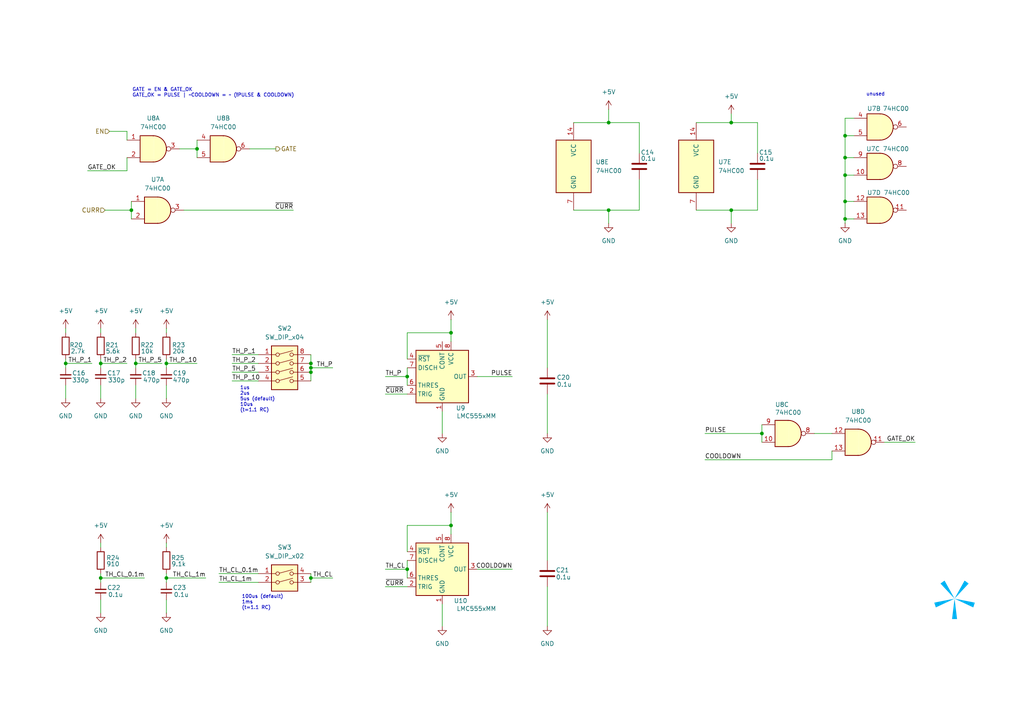
<source format=kicad_sch>
(kicad_sch (version 20250114) (generator "eeschema") (generator_version "9.0")
  (paper "A4")
  (title_block (title "Pulser V2 HV Test Board") (date "2026-01-08") (rev "1") (company "Spark Project") (comment 1 "夕月霞"))
  (lib_symbols
    (symbol "74xx:74HC00" (pin_names (offset 1.016))
      (property "Reference" "U" (at 0 1.27 0))
      (property "Value" "74HC00" (at 0 -1.27 0))
      (symbol "74HC00_1_1"
        (arc (start 0 3.81) (mid 3.7934 0) (end 0 -3.81) (stroke (width 0.254)) (fill (type background)))
        (polyline (pts (xy 0 3.81) (xy -3.81 3.81) (xy -3.81 -3.81) (xy 0 -3.81)) (stroke (width 0.254)) (fill (type background)))
        (pin input line (at -7.62 2.54 0) (length 3.81) (name "~") (number "1"))
        (pin input line (at -7.62 -2.54 0) (length 3.81) (name "~") (number "2"))
        (pin output inverted (at 7.62 0 180) (length 3.81) (name "~") (number "3"))
      )
      (symbol "74HC00_1_2"
        (arc (start -3.81 3.81) (mid -2.589 0) (end -3.81 -3.81) (stroke (width 0.254)))
        (polyline (pts (xy -3.81 3.81) (xy -0.635 3.81)) (stroke (width 0.254)) (fill (type background)))
        (polyline (pts (xy -3.81 -3.81) (xy -0.635 -3.81)) (stroke (width 0.254)) (fill (type background)))
        (arc (start 3.81 0) (mid 2.1855 -2.584) (end -0.6096 -3.81) (stroke (width 0.254)) (fill (type background)))
        (arc (start -0.6096 3.81) (mid 2.1928 2.5924) (end 3.81 0) (stroke (width 0.254)) (fill (type background)))
        (polyline (pts (xy -0.635 3.81) (xy -3.81 3.81) (xy -3.81 3.81) (xy -3.556 3.4036) (xy -3.0226 2.2606) (xy -2.6924 1.0414) (xy -2.6162 -0.254) (xy -2.7686 -1.4986) (xy -3.175 -2.7178) (xy -3.81 -3.81) (xy -3.81 -3.81) (xy -0.635 -3.81)) (stroke (width -25.4)) (fill (type background)))
        (pin input inverted (at -7.62 2.54 0) (length 4.318) (name "~") (number "1"))
        (pin input inverted (at -7.62 -2.54 0) (length 4.318) (name "~") (number "2"))
        (pin output line (at 7.62 0 180) (length 3.81) (name "~") (number "3"))
      )
      (symbol "74HC00_2_1"
        (arc (start 0 3.81) (mid 3.7934 0) (end 0 -3.81) (stroke (width 0.254)) (fill (type background)))
        (polyline (pts (xy 0 3.81) (xy -3.81 3.81) (xy -3.81 -3.81) (xy 0 -3.81)) (stroke (width 0.254)) (fill (type background)))
        (pin input line (at -7.62 2.54 0) (length 3.81) (name "~") (number "4"))
        (pin input line (at -7.62 -2.54 0) (length 3.81) (name "~") (number "5"))
        (pin output inverted (at 7.62 0 180) (length 3.81) (name "~") (number "6"))
      )
      (symbol "74HC00_2_2"
        (arc (start -3.81 3.81) (mid -2.589 0) (end -3.81 -3.81) (stroke (width 0.254)))
        (polyline (pts (xy -3.81 3.81) (xy -0.635 3.81)) (stroke (width 0.254)) (fill (type background)))
        (polyline (pts (xy -3.81 -3.81) (xy -0.635 -3.81)) (stroke (width 0.254)) (fill (type background)))
        (arc (start 3.81 0) (mid 2.1855 -2.584) (end -0.6096 -3.81) (stroke (width 0.254)) (fill (type background)))
        (arc (start -0.6096 3.81) (mid 2.1928 2.5924) (end 3.81 0) (stroke (width 0.254)) (fill (type background)))
        (polyline (pts (xy -0.635 3.81) (xy -3.81 3.81) (xy -3.81 3.81) (xy -3.556 3.4036) (xy -3.0226 2.2606) (xy -2.6924 1.0414) (xy -2.6162 -0.254) (xy -2.7686 -1.4986) (xy -3.175 -2.7178) (xy -3.81 -3.81) (xy -3.81 -3.81) (xy -0.635 -3.81)) (stroke (width -25.4)) (fill (type background)))
        (pin input inverted (at -7.62 2.54 0) (length 4.318) (name "~") (number "4"))
        (pin input inverted (at -7.62 -2.54 0) (length 4.318) (name "~") (number "5"))
        (pin output line (at 7.62 0 180) (length 3.81) (name "~") (number "6"))
      )
      (symbol "74HC00_3_1"
        (arc (start 0 3.81) (mid 3.7934 0) (end 0 -3.81) (stroke (width 0.254)) (fill (type background)))
        (polyline (pts (xy 0 3.81) (xy -3.81 3.81) (xy -3.81 -3.81) (xy 0 -3.81)) (stroke (width 0.254)) (fill (type background)))
        (pin input line (at -7.62 2.54 0) (length 3.81) (name "~") (number "9"))
        (pin input line (at -7.62 -2.54 0) (length 3.81) (name "~") (number "10"))
        (pin output inverted (at 7.62 0 180) (length 3.81) (name "~") (number "8"))
      )
      (symbol "74HC00_3_2"
        (arc (start -3.81 3.81) (mid -2.589 0) (end -3.81 -3.81) (stroke (width 0.254)))
        (polyline (pts (xy -3.81 3.81) (xy -0.635 3.81)) (stroke (width 0.254)) (fill (type background)))
        (polyline (pts (xy -3.81 -3.81) (xy -0.635 -3.81)) (stroke (width 0.254)) (fill (type background)))
        (arc (start 3.81 0) (mid 2.1855 -2.584) (end -0.6096 -3.81) (stroke (width 0.254)) (fill (type background)))
        (arc (start -0.6096 3.81) (mid 2.1928 2.5924) (end 3.81 0) (stroke (width 0.254)) (fill (type background)))
        (polyline (pts (xy -0.635 3.81) (xy -3.81 3.81) (xy -3.81 3.81) (xy -3.556 3.4036) (xy -3.0226 2.2606) (xy -2.6924 1.0414) (xy -2.6162 -0.254) (xy -2.7686 -1.4986) (xy -3.175 -2.7178) (xy -3.81 -3.81) (xy -3.81 -3.81) (xy -0.635 -3.81)) (stroke (width -25.4)) (fill (type background)))
        (pin input inverted (at -7.62 2.54 0) (length 4.318) (name "~") (number "9"))
        (pin input inverted (at -7.62 -2.54 0) (length 4.318) (name "~") (number "10"))
        (pin output line (at 7.62 0 180) (length 3.81) (name "~") (number "8"))
      )
      (symbol "74HC00_4_1"
        (arc (start 0 3.81) (mid 3.7934 0) (end 0 -3.81) (stroke (width 0.254)) (fill (type background)))
        (polyline (pts (xy 0 3.81) (xy -3.81 3.81) (xy -3.81 -3.81) (xy 0 -3.81)) (stroke (width 0.254)) (fill (type background)))
        (pin input line (at -7.62 2.54 0) (length 3.81) (name "~") (number "12"))
        (pin input line (at -7.62 -2.54 0) (length 3.81) (name "~") (number "13"))
        (pin output inverted (at 7.62 0 180) (length 3.81) (name "~") (number "11"))
      )
      (symbol "74HC00_4_2"
        (arc (start -3.81 3.81) (mid -2.589 0) (end -3.81 -3.81) (stroke (width 0.254)))
        (polyline (pts (xy -3.81 3.81) (xy -0.635 3.81)) (stroke (width 0.254)) (fill (type background)))
        (polyline (pts (xy -3.81 -3.81) (xy -0.635 -3.81)) (stroke (width 0.254)) (fill (type background)))
        (arc (start 3.81 0) (mid 2.1855 -2.584) (end -0.6096 -3.81) (stroke (width 0.254)) (fill (type background)))
        (arc (start -0.6096 3.81) (mid 2.1928 2.5924) (end 3.81 0) (stroke (width 0.254)) (fill (type background)))
        (polyline (pts (xy -0.635 3.81) (xy -3.81 3.81) (xy -3.81 3.81) (xy -3.556 3.4036) (xy -3.0226 2.2606) (xy -2.6924 1.0414) (xy -2.6162 -0.254) (xy -2.7686 -1.4986) (xy -3.175 -2.7178) (xy -3.81 -3.81) (xy -3.81 -3.81) (xy -0.635 -3.81)) (stroke (width -25.4)) (fill (type background)))
        (pin input inverted (at -7.62 2.54 0) (length 4.318) (name "~") (number "12"))
        (pin input inverted (at -7.62 -2.54 0) (length 4.318) (name "~") (number "13"))
        (pin output line (at 7.62 0 180) (length 3.81) (name "~") (number "11"))
      )
      (symbol "74HC00_5_0"
        (pin power_in line (at 0 12.7 270) (length 5.08) (name "VCC") (number "14"))
        (pin power_in line (at 0 -12.7 90) (length 5.08) (name "GND") (number "7"))
      )
      (symbol "74HC00_5_1"
        (rectangle (start -5.08 7.62) (end 5.08 -7.62) (stroke (width 0.254)) (fill (type background)))
      )
    )
    (symbol "Device:C" (pin_numbers (hide yes)) (pin_names (offset 0.254))
      (property "Reference" "C" (at 0.635 2.54 0))
      (property "Value" "C" (at 0.635 -2.54 0))
      (symbol "C_0_1"
        (polyline (pts (xy -2.032 0.762) (xy 2.032 0.762)) (stroke (width 0.508)))
        (polyline (pts (xy -2.032 -0.762) (xy 2.032 -0.762)) (stroke (width 0.508)))
      )
      (symbol "C_1_1"
        (pin passive line (at 0 3.81 270) (length 2.794) (name "~") (number "1"))
        (pin passive line (at 0 -3.81 90) (length 2.794) (name "~") (number "2"))
      )
    )
    (symbol "Device:C_Small" (pin_numbers (hide yes)) (pin_names (offset 0.254) (hide yes))
      (property "Reference" "C" (at 0.254 1.778 0))
      (property "Value" "C_Small" (at 0.254 -2.032 0))
      (symbol "C_Small_0_1"
        (polyline (pts (xy -1.524 0.508) (xy 1.524 0.508)) (stroke (width 0.3048)))
        (polyline (pts (xy -1.524 -0.508) (xy 1.524 -0.508)) (stroke (width 0.3302)))
      )
      (symbol "C_Small_1_1"
        (pin passive line (at 0 2.54 270) (length 2.032) (name "~") (number "1"))
        (pin passive line (at 0 -2.54 90) (length 2.032) (name "~") (number "2"))
      )
    )
    (symbol "Device:R" (pin_numbers (hide yes)) (pin_names (offset 0))
      (property "Reference" "R" (at 2.032 0 90))
      (property "Value" "R" (at 0 0 90))
      (symbol "R_0_1"
        (rectangle (start -1.016 -2.54) (end 1.016 2.54) (stroke (width 0.254)))
      )
      (symbol "R_1_1"
        (pin passive line (at 0 3.81 270) (length 1.27) (name "~") (number "1"))
        (pin passive line (at 0 -3.81 90) (length 1.27) (name "~") (number "2"))
      )
    )
    (symbol "Switch:SW_DIP_x02" (pin_names (offset 0) (hide yes))
      (property "Reference" "SW" (at 0 6.35 0))
      (property "Value" "SW_DIP_x02" (at 0 -3.81 0))
      (symbol "SW_DIP_x02_0_0"
        (circle (center -2.032 2.54) (radius 0.508))
        (circle (center -2.032 0) (radius 0.508))
        (polyline (pts (xy -1.524 2.667) (xy 2.3622 3.7084)))
        (polyline (pts (xy -1.524 0.127) (xy 2.3622 1.1684)))
        (circle (center 2.032 2.54) (radius 0.508))
        (circle (center 2.032 0) (radius 0.508))
      )
      (symbol "SW_DIP_x02_0_1"
        (rectangle (start -3.81 5.08) (end 3.81 -2.54) (stroke (width 0.254)) (fill (type background)))
      )
      (symbol "SW_DIP_x02_1_1"
        (pin passive line (at -7.62 2.54 0) (length 5.08) (name "~") (number "1"))
        (pin passive line (at -7.62 0 0) (length 5.08) (name "~") (number "2"))
        (pin passive line (at 7.62 2.54 180) (length 5.08) (name "~") (number "4"))
        (pin passive line (at 7.62 0 180) (length 5.08) (name "~") (number "3"))
      )
    )
    (symbol "Switch:SW_DIP_x04" (pin_names (offset 0) (hide yes))
      (property "Reference" "SW" (at 0 8.89 0))
      (property "Value" "SW_DIP_x04" (at 0 -6.35 0))
      (symbol "SW_DIP_x04_0_0"
        (circle (center -2.032 5.08) (radius 0.508))
        (circle (center -2.032 2.54) (radius 0.508))
        (circle (center -2.032 0) (radius 0.508))
        (circle (center -2.032 -2.54) (radius 0.508))
        (polyline (pts (xy -1.524 5.207) (xy 2.3622 6.2484)))
        (polyline (pts (xy -1.524 2.667) (xy 2.3622 3.7084)))
        (polyline (pts (xy -1.524 0.127) (xy 2.3622 1.1684)))
        (polyline (pts (xy -1.524 -2.3876) (xy 2.3622 -1.3462)))
        (circle (center 2.032 5.08) (radius 0.508))
        (circle (center 2.032 2.54) (radius 0.508))
        (circle (center 2.032 0) (radius 0.508))
        (circle (center 2.032 -2.54) (radius 0.508))
      )
      (symbol "SW_DIP_x04_0_1"
        (rectangle (start -3.81 7.62) (end 3.81 -5.08) (stroke (width 0.254)) (fill (type background)))
      )
      (symbol "SW_DIP_x04_1_1"
        (pin passive line (at -7.62 5.08 0) (length 5.08) (name "~") (number "1"))
        (pin passive line (at -7.62 2.54 0) (length 5.08) (name "~") (number "2"))
        (pin passive line (at -7.62 0 0) (length 5.08) (name "~") (number "3"))
        (pin passive line (at -7.62 -2.54 0) (length 5.08) (name "~") (number "4"))
        (pin passive line (at 7.62 5.08 180) (length 5.08) (name "~") (number "8"))
        (pin passive line (at 7.62 2.54 180) (length 5.08) (name "~") (number "7"))
        (pin passive line (at 7.62 0 180) (length 5.08) (name "~") (number "6"))
        (pin passive line (at 7.62 -2.54 180) (length 5.08) (name "~") (number "5"))
      )
    )
    (symbol "Timer:LMC555xMM"
      (property "Reference" "U" (at -10.16 8.89 0))
      (property "Value" "LMC555xMM" (at 2.54 8.89 0))
      (symbol "LMC555xMM_0_0"
        (pin power_in line (at 0 -10.16 90) (length 2.54) (name "GND") (number "1"))
        (pin power_in line (at 2.54 10.16 270) (length 2.54) (name "VCC") (number "8"))
      )
      (symbol "LMC555xMM_0_1"
        (rectangle (start -7.62 7.62) (end 7.62 -7.62) (stroke (width 0.254)) (fill (type background)))
      )
      (symbol "LMC555xMM_1_1"
        (pin input line (at -10.16 5.08 0) (length 2.54) (name "~{RST}") (number "4"))
        (pin input line (at -10.16 2.54 0) (length 2.54) (name "DISCH") (number "7"))
        (pin input line (at -10.16 -2.54 0) (length 2.54) (name "THRES") (number "6"))
        (pin input line (at -10.16 -5.08 0) (length 2.54) (name "TRIG") (number "2"))
        (pin open_collector line (at 0 10.16 270) (length 2.54) (name "CONT") (number "5"))
        (pin output line (at 10.16 0 180) (length 2.54) (name "OUT") (number "3"))
      )
    )
    (symbol "power:GND" (power) (pin_numbers (hide yes)) (pin_names (offset 0) (hide yes))
      (property "Value" "GND" (at 0 -3.81 0))
      (symbol "GND_0_1"
        (polyline (pts (xy 0 0) (xy 0 -1.27) (xy 1.27 -1.27) (xy 0 -2.54) (xy -1.27 -1.27) (xy 0 -1.27)))
      )
      (symbol "GND_1_1"
        (pin power_in line (at 0 0 270) (length 0) (name "~") (number "1"))
      )
    )
    (symbol "power:VCC" (power) (pin_numbers (hide yes)) (pin_names (offset 0) (hide yes))
      (property "Value" "VCC" (at 0 3.556 0))
      (symbol "VCC_0_1"
        (polyline (pts (xy -0.762 1.27) (xy 0 2.54)))
        (polyline (pts (xy 0 2.54) (xy 0.762 1.27)))
        (polyline (pts (xy 0 0) (xy 0 2.54)))
      )
      (symbol "VCC_1_1"
        (pin power_in line (at 0 0 90) (length 0) (name "~") (number "1"))
      )
    )
  )
  (text "unused" (at 251.206 27.432 0) (effects (font (size 1 1)) (justify left)))
  (text "GATE = EN & GATE_OK\nGATE_OK = PULSE | ~COOLDOWN = ~ (!PULSE & COOLDOWN)" (at 38.354 26.924 0) (effects (font (size 1 1)) (justify left)))
  (text "100us (default)\n1ms\n(t=1.1 RC)" (at 70.104 174.752 0) (effects (font (size 1 1)) (justify left)))
  (text "1us\n2us\n5us (default)\n10us\n(t=1.1 RC)" (at 69.596 115.824 0) (effects (font (size 1 1)) (justify left)))
  (junction (at 176.53 60.96))
  (junction (at 19.05 105.41))
  (junction (at 90.17 106.68))
  (junction (at 48.26 105.41))
  (junction (at 57.15 43.18))
  (junction (at 48.26 167.64))
  (junction (at 90.17 105.41))
  (junction (at 90.17 107.95))
  (junction (at 212.09 35.56))
  (junction (at 245.11 45.72))
  (junction (at 130.81 96.52))
  (junction (at 245.11 50.8))
  (junction (at 39.37 105.41))
  (junction (at 212.09 60.96))
  (junction (at 245.11 63.5))
  (junction (at 29.21 167.64))
  (junction (at 176.53 35.56))
  (junction (at 118.11 109.22))
  (junction (at 245.11 39.37))
  (junction (at 90.17 167.64))
  (junction (at 220.98 125.73))
  (junction (at 38.1 60.96))
  (junction (at 29.21 105.41))
  (junction (at 130.81 152.4))
  (junction (at 118.11 165.1))
  (junction (at 245.11 58.42))
  (wire (pts (xy 158.75 170.18) (xy 158.75 181.61)))
  (wire (pts (xy 111.76 165.1) (xy 118.11 165.1)))
  (wire (pts (xy 245.11 58.42) (xy 247.65 58.42)))
  (wire (pts (xy 212.09 60.96) (xy 219.71 60.96)))
  (wire (pts (xy 48.26 111.76) (xy 48.26 115.57)))
  (wire (pts (xy 96.52 106.68) (xy 90.17 106.68)))
  (wire (pts (xy 111.76 170.18) (xy 118.11 170.18)))
  (wire (pts (xy 90.17 107.95) (xy 90.17 110.49)))
  (wire (pts (xy 46.99 105.41) (xy 39.37 105.41)))
  (wire (pts (xy 241.3 133.35) (xy 241.3 130.81)))
  (wire (pts (xy 265.43 128.27) (xy 256.54 128.27)))
  (wire (pts (xy 176.53 60.96) (xy 185.42 60.96)))
  (wire (pts (xy 185.42 60.96) (xy 185.42 52.07)))
  (wire (pts (xy 118.11 162.56) (xy 118.11 165.1)))
  (wire (pts (xy 176.53 35.56) (xy 185.42 35.56)))
  (wire (pts (xy 48.26 166.37) (xy 48.26 167.64)))
  (wire (pts (xy 57.15 43.18) (xy 57.15 45.72)))
  (wire (pts (xy 212.09 33.02) (xy 212.09 35.56)))
  (wire (pts (xy 118.11 165.1) (xy 118.11 167.64)))
  (wire (pts (xy 204.47 133.35) (xy 241.3 133.35)))
  (wire (pts (xy 19.05 95.25) (xy 19.05 96.52)))
  (wire (pts (xy 130.81 148.59) (xy 130.81 152.4)))
  (wire (pts (xy 41.91 167.64) (xy 29.21 167.64)))
  (wire (pts (xy 63.5 166.37) (xy 74.93 166.37)))
  (wire (pts (xy 36.83 105.41) (xy 29.21 105.41)))
  (wire (pts (xy 176.53 60.96) (xy 176.53 64.77)))
  (wire (pts (xy 29.21 166.37) (xy 29.21 167.64)))
  (wire (pts (xy 212.09 60.96) (xy 212.09 64.77)))
  (wire (pts (xy 36.83 45.72) (xy 36.83 49.53)))
  (wire (pts (xy 67.31 102.87) (xy 74.93 102.87)))
  (wire (pts (xy 39.37 105.41) (xy 39.37 106.68)))
  (wire (pts (xy 19.05 111.76) (xy 19.05 115.57)))
  (wire (pts (xy 36.83 49.53) (xy 25.4 49.53)))
  (wire (pts (xy 245.11 39.37) (xy 247.65 39.37)))
  (wire (pts (xy 30.48 60.96) (xy 38.1 60.96)))
  (wire (pts (xy 48.26 157.48) (xy 48.26 158.75)))
  (wire (pts (xy 245.11 63.5) (xy 247.65 63.5)))
  (wire (pts (xy 90.17 106.68) (xy 90.17 107.95)))
  (wire (pts (xy 39.37 111.76) (xy 39.37 115.57)))
  (wire (pts (xy 128.27 119.38) (xy 128.27 125.73)))
  (wire (pts (xy 158.75 92.71) (xy 158.75 106.68)))
  (wire (pts (xy 29.21 105.41) (xy 29.21 106.68)))
  (wire (pts (xy 245.11 63.5) (xy 245.11 58.42)))
  (wire (pts (xy 19.05 105.41) (xy 19.05 106.68)))
  (wire (pts (xy 245.11 45.72) (xy 247.65 45.72)))
  (wire (pts (xy 38.1 58.42) (xy 38.1 60.96)))
  (wire (pts (xy 201.93 35.56) (xy 212.09 35.56)))
  (wire (pts (xy 48.26 173.99) (xy 48.26 177.8)))
  (wire (pts (xy 39.37 95.25) (xy 39.37 96.52)))
  (wire (pts (xy 67.31 107.95) (xy 74.93 107.95)))
  (wire (pts (xy 57.15 43.18) (xy 57.15 40.64)))
  (wire (pts (xy 72.39 43.18) (xy 80.01 43.18)))
  (wire (pts (xy 48.26 105.41) (xy 48.26 106.68)))
  (wire (pts (xy 130.81 152.4) (xy 130.81 154.94)))
  (wire (pts (xy 219.71 35.56) (xy 219.71 44.45)))
  (wire (pts (xy 118.11 152.4) (xy 130.81 152.4)))
  (wire (pts (xy 158.75 148.59) (xy 158.75 162.56)))
  (wire (pts (xy 245.11 34.29) (xy 247.65 34.29)))
  (wire (pts (xy 118.11 109.22) (xy 118.11 111.76)))
  (wire (pts (xy 31.75 38.1) (xy 36.83 38.1)))
  (wire (pts (xy 245.11 58.42) (xy 245.11 50.8)))
  (wire (pts (xy 38.1 60.96) (xy 38.1 63.5)))
  (wire (pts (xy 90.17 102.87) (xy 90.17 105.41)))
  (wire (pts (xy 57.15 105.41) (xy 48.26 105.41)))
  (wire (pts (xy 90.17 167.64) (xy 96.52 167.64)))
  (wire (pts (xy 245.11 50.8) (xy 245.11 45.72)))
  (wire (pts (xy 90.17 166.37) (xy 90.17 167.64)))
  (wire (pts (xy 118.11 96.52) (xy 130.81 96.52)))
  (wire (pts (xy 204.47 125.73) (xy 220.98 125.73)))
  (wire (pts (xy 29.21 111.76) (xy 29.21 115.57)))
  (wire (pts (xy 29.21 157.48) (xy 29.21 158.75)))
  (wire (pts (xy 52.07 43.18) (xy 57.15 43.18)))
  (wire (pts (xy 26.67 105.41) (xy 19.05 105.41)))
  (wire (pts (xy 166.37 60.96) (xy 176.53 60.96)))
  (wire (pts (xy 245.11 50.8) (xy 247.65 50.8)))
  (wire (pts (xy 48.26 104.14) (xy 48.26 105.41)))
  (wire (pts (xy 36.83 38.1) (xy 36.83 40.64)))
  (wire (pts (xy 148.59 165.1) (xy 138.43 165.1)))
  (wire (pts (xy 236.22 125.73) (xy 241.3 125.73)))
  (wire (pts (xy 48.26 167.64) (xy 48.26 168.91)))
  (wire (pts (xy 220.98 123.19) (xy 220.98 125.73)))
  (wire (pts (xy 212.09 35.56) (xy 219.71 35.56)))
  (wire (pts (xy 85.09 60.96) (xy 53.34 60.96)))
  (wire (pts (xy 90.17 105.41) (xy 90.17 106.68)))
  (wire (pts (xy 201.93 60.96) (xy 212.09 60.96)))
  (wire (pts (xy 111.76 114.3) (xy 118.11 114.3)))
  (wire (pts (xy 63.5 168.91) (xy 74.93 168.91)))
  (wire (pts (xy 130.81 96.52) (xy 130.81 99.06)))
  (wire (pts (xy 90.17 167.64) (xy 90.17 168.91)))
  (wire (pts (xy 176.53 31.75) (xy 176.53 35.56)))
  (wire (pts (xy 219.71 60.96) (xy 219.71 52.07)))
  (wire (pts (xy 29.21 95.25) (xy 29.21 96.52)))
  (wire (pts (xy 118.11 160.02) (xy 118.11 152.4)))
  (wire (pts (xy 59.69 167.64) (xy 48.26 167.64)))
  (wire (pts (xy 166.37 35.56) (xy 176.53 35.56)))
  (wire (pts (xy 185.42 35.56) (xy 185.42 44.45)))
  (wire (pts (xy 29.21 173.99) (xy 29.21 177.8)))
  (wire (pts (xy 245.11 64.77) (xy 245.11 63.5)))
  (wire (pts (xy 118.11 106.68) (xy 118.11 109.22)))
  (wire (pts (xy 67.31 110.49) (xy 74.93 110.49)))
  (wire (pts (xy 48.26 95.25) (xy 48.26 96.52)))
  (wire (pts (xy 245.11 39.37) (xy 245.11 34.29)))
  (wire (pts (xy 67.31 105.41) (xy 74.93 105.41)))
  (wire (pts (xy 39.37 104.14) (xy 39.37 105.41)))
  (wire (pts (xy 29.21 167.64) (xy 29.21 168.91)))
  (wire (pts (xy 118.11 104.14) (xy 118.11 96.52)))
  (wire (pts (xy 130.81 92.71) (xy 130.81 96.52)))
  (wire (pts (xy 19.05 104.14) (xy 19.05 105.41)))
  (wire (pts (xy 158.75 114.3) (xy 158.75 125.73)))
  (wire (pts (xy 245.11 45.72) (xy 245.11 39.37)))
  (wire (pts (xy 111.76 109.22) (xy 118.11 109.22)))
  (wire (pts (xy 128.27 175.26) (xy 128.27 181.61)))
  (wire (pts (xy 148.59 109.22) (xy 138.43 109.22)))
  (wire (pts (xy 29.21 104.14) (xy 29.21 105.41)))
  (wire (pts (xy 220.98 125.73) (xy 220.98 128.27)))
  (image (at 276.86 173.99) (scale 1.13867))
  (label "TH_P" (at 96.52 106.68 180))
  (label "TH_P_1" (at 26.67 105.41 180))
  (label "TH_P_10" (at 57.15 105.41 180))
  (label "TH_CL_0.1m" (at 41.91 167.64 180))
  (label "COOLDOWN" (at 204.47 133.35 0))
  (label "~{CURR}" (at 111.76 170.18 0))
  (label "TH_CL" (at 111.76 165.1 0))
  (label "GATE_OK" (at 265.43 128.27 180))
  (label "TH_P_2" (at 67.31 105.41 0))
  (label "TH_P" (at 111.76 109.22 0))
  (label "TH_P_1" (at 67.31 102.87 0))
  (label "TH_CL_0.1m" (at 63.5 166.37 0))
  (label "TH_CL_1m" (at 59.69 167.64 180))
  (label "TH_CL" (at 96.52 167.64 180))
  (label "~{CURR}" (at 85.09 60.96 180))
  (label "COOLDOWN" (at 148.59 165.1 180))
  (label "PULSE" (at 204.47 125.73 0))
  (label "TH_P_5" (at 46.99 105.41 180))
  (label "~{CURR}" (at 111.76 114.3 0))
  (label "PULSE" (at 148.59 109.22 180))
  (label "TH_P_10" (at 67.31 110.49 0))
  (label "TH_CL_1m" (at 63.5 168.91 0))
  (label "TH_P_2" (at 36.83 105.41 180))
  (label "TH_P_5" (at 67.31 107.95 0))
  (label "GATE_OK" (at 25.4 49.53 0))
  (hierarchical_label "GATE" (shape output) (at 80.01 43.18 0))
  (hierarchical_label "CURR" (shape input) (at 30.48 60.96 180))
  (hierarchical_label "EN" (shape input) (at 31.75 38.1 180))
  (symbol (lib_id "74xx:74HC00") (at 201.93 48.26 0) (unit 5)
    (property "Reference" "U7" (at 208.28 46.9899 0) (effects (justify left)))
    (property "Value" "74HC00" (at 208.28 49.5299 0) (effects (justify left)))
    (property "Footprint" "Package_SO:TSSOP-14_4.4x5mm_P0.65mm" (effects (hide yes)))
    (property "Datasheet" "http://www.ti.com/lit/gpn/sn74hc00" (effects (hide yes)))
    (property "Description" "quad 2-input NAND gate" (effects (hide yes)))
    (property "LCSC" "C6807" (effects (hide yes)))
  )
  (symbol (lib_id "power:GND") (at 158.75 181.61 0) (unit 1)
    (property "Reference" "#PWR054" (effects (hide yes)))
    (property "Value" "GND" (at 158.75 186.69 0))
    (property "Description" "Power symbol creates a global label with name \"GND\" , ground" (effects (hide yes)))
  )
  (symbol (lib_id "Device:R") (at 39.37 100.33 180) (unit 1)
    (property "Reference" "R22" (at 42.672 100.076 0))
    (property "Value" "10k" (at 42.672 101.854 0))
    (property "Footprint" "Resistor_SMD:R_0603_1608Metric" (effects (hide yes)))
    (property "Description" "Resistor" (effects (hide yes)))
    (property "LCSC" "C25804" (effects (hide yes)))
  )
  (symbol (lib_id "Device:R") (at 48.26 100.33 180) (unit 1)
    (property "Reference" "R23" (at 51.816 100.076 0))
    (property "Value" "20k" (at 51.816 101.854 0))
    (property "Footprint" "Resistor_SMD:R_0603_1608Metric" (effects (hide yes)))
    (property "Description" "Resistor" (effects (hide yes)))
    (property "LCSC" "C4184" (effects (hide yes)))
  )
  (symbol (lib_id "power:GND") (at 212.09 64.77 0) (unit 1)
    (property "Reference" "#PWR033" (effects (hide yes)))
    (property "Value" "GND" (at 212.09 69.85 0))
    (property "Description" "Power symbol creates a global label with name \"GND\" , ground" (effects (hide yes)))
  )
  (symbol (lib_id "74xx:74HC00") (at 248.92 128.27 0) (unit 4)
    (property "Reference" "U8" (at 248.9117 119.38 0))
    (property "Value" "74HC00" (at 248.9117 121.92 0))
    (property "Footprint" "Package_SO:TSSOP-14_4.4x5mm_P0.65mm" (effects (hide yes)))
    (property "Datasheet" "http://www.ti.com/lit/gpn/sn74hc00" (effects (hide yes)))
    (property "Description" "quad 2-input NAND gate" (effects (hide yes)))
    (property "LCSC" "C6807" (effects (hide yes)))
  )
  (symbol (lib_id "74xx:74HC00") (at 166.37 48.26 0) (unit 5)
    (property "Reference" "U8" (at 172.72 46.9899 0) (effects (justify left)))
    (property "Value" "74HC00" (at 172.72 49.5299 0) (effects (justify left)))
    (property "Footprint" "Package_SO:TSSOP-14_4.4x5mm_P0.65mm" (effects (hide yes)))
    (property "Datasheet" "http://www.ti.com/lit/gpn/sn74hc00" (effects (hide yes)))
    (property "Description" "quad 2-input NAND gate" (effects (hide yes)))
    (property "LCSC" "C6807" (effects (hide yes)))
  )
  (symbol (lib_id "Device:R") (at 19.05 100.33 180) (unit 1)
    (property "Reference" "R20" (at 22.098 100.076 0))
    (property "Value" "2.7k" (at 22.606 101.854 0))
    (property "Footprint" "Resistor_SMD:R_0603_1608Metric" (effects (hide yes)))
    (property "Description" "Resistor" (effects (hide yes)))
    (property "LCSC" "C13167" (effects (hide yes)))
  )
  (symbol (lib_id "power:VCC") (at 158.75 92.71 0) (unit 1)
    (property "Reference" "#PWR036" (effects (hide yes)))
    (property "Value" "+5V" (at 158.75 87.63 0))
    (property "Description" "Power symbol creates a global label with name \"VCC\"" (effects (hide yes)))
  )
  (symbol (lib_id "Device:C_Small") (at 48.26 109.22 180) (unit 1)
    (property "Reference" "C19" (at 52.07 108.204 0))
    (property "Value" "470p" (at 52.578 110.236 0))
    (property "Footprint" "Capacitor_SMD:C_0603_1608Metric" (effects (hide yes)))
    (property "Description" "Unpolarized capacitor, small symbol" (effects (hide yes)))
    (property "LCSC" "C1620" (effects (hide yes)))
  )
  (symbol (lib_id "power:VCC") (at 176.53 31.75 0) (unit 1)
    (property "Reference" "#PWR030" (effects (hide yes)))
    (property "Value" "+5V" (at 176.53 26.67 0))
    (property "Description" "Power symbol creates a global label with name \"VCC\"" (effects (hide yes)))
  )
  (symbol (lib_id "power:GND") (at 19.05 115.57 0) (unit 1)
    (property "Reference" "#PWR041" (effects (hide yes)))
    (property "Value" "GND" (at 19.05 120.65 0))
    (property "Description" "Power symbol creates a global label with name \"GND\" , ground" (effects (hide yes)))
  )
  (symbol (lib_id "Device:C") (at 185.42 48.26 180) (unit 1)
    (property "Reference" "C14" (at 189.738 44.196 0) (effects (justify left)))
    (property "Value" "0.1u" (at 190.246 45.974 0) (effects (justify left)))
    (property "Footprint" "Capacitor_SMD:C_0603_1608Metric" (effects (hide yes)))
    (property "Description" "Unpolarized capacitor" (effects (hide yes)))
    (property "LCSC" "C14663" (effects (hide yes)))
  )
  (symbol (lib_id "Device:C") (at 158.75 110.49 180) (unit 1)
    (property "Reference" "C20" (at 165.354 109.474 0) (effects (justify left)))
    (property "Value" "0.1u" (at 165.862 111.506 0) (effects (justify left)))
    (property "Footprint" "Capacitor_SMD:C_0603_1608Metric" (effects (hide yes)))
    (property "Description" "Unpolarized capacitor" (effects (hide yes)))
    (property "LCSC" "C14663" (effects (hide yes)))
  )
  (symbol (lib_id "power:VCC") (at 130.81 148.59 0) (unit 1)
    (property "Reference" "#PWR047" (effects (hide yes)))
    (property "Value" "+5V" (at 130.81 143.51 0))
    (property "Description" "Power symbol creates a global label with name \"VCC\"" (effects (hide yes)))
  )
  (symbol (lib_id "Device:C_Small") (at 19.05 109.22 180) (unit 1)
    (property "Reference" "C16" (at 22.86 108.204 0))
    (property "Value" "330p" (at 23.368 110.236 0))
    (property "Footprint" "Capacitor_SMD:C_0603_1608Metric" (effects (hide yes)))
    (property "Description" "Unpolarized capacitor, small symbol" (effects (hide yes)))
    (property "LCSC" "C1664" (effects (hide yes)))
  )
  (symbol (lib_id "74xx:74HC00") (at 44.45 43.18 0) (unit 1)
    (property "Reference" "U8" (at 44.45 34.29 0))
    (property "Value" "74HC00" (at 44.4417 36.83 0))
    (property "Footprint" "Package_SO:TSSOP-14_4.4x5mm_P0.65mm" (effects (hide yes)))
    (property "Datasheet" "http://www.ti.com/lit/gpn/sn74hc00" (effects (hide yes)))
    (property "Description" "quad 2-input NAND gate" (effects (hide yes)))
    (property "LCSC" "C6807" (effects (hide yes)))
  )
  (symbol (lib_id "power:GND") (at 39.37 115.57 0) (unit 1)
    (property "Reference" "#PWR043" (effects (hide yes)))
    (property "Value" "GND" (at 39.37 120.65 0))
    (property "Description" "Power symbol creates a global label with name \"GND\" , ground" (effects (hide yes)))
  )
  (symbol (lib_id "power:VCC") (at 29.21 95.25 0) (unit 1)
    (property "Reference" "#PWR038" (effects (hide yes)))
    (property "Value" "+5V" (at 29.21 90.17 0))
    (property "Description" "Power symbol creates a global label with name \"VCC\"" (effects (hide yes)))
  )
  (symbol (lib_id "power:GND") (at 48.26 115.57 0) (unit 1)
    (property "Reference" "#PWR044" (effects (hide yes)))
    (property "Value" "GND" (at 48.26 120.65 0))
    (property "Description" "Power symbol creates a global label with name \"GND\" , ground" (effects (hide yes)))
  )
  (symbol (lib_id "Device:R") (at 48.26 162.56 180) (unit 1)
    (property "Reference" "R25" (at 51.562 161.798 0))
    (property "Value" "9.1k" (at 51.816 163.576 0))
    (property "Footprint" "Resistor_SMD:R_0603_1608Metric" (effects (hide yes)))
    (property "Description" "Resistor" (effects (hide yes)))
    (property "LCSC" "C23260" (effects (hide yes)))
  )
  (symbol (lib_id "power:GND") (at 176.53 64.77 0) (unit 1)
    (property "Reference" "#PWR032" (effects (hide yes)))
    (property "Value" "GND" (at 176.53 69.85 0))
    (property "Description" "Power symbol creates a global label with name \"GND\" , ground" (effects (hide yes)))
  )
  (symbol (lib_id "74xx:74HC00") (at 45.72 60.96 0) (unit 1)
    (property "Reference" "U7" (at 45.7117 52.07 0))
    (property "Value" "74HC00" (at 45.7117 54.61 0))
    (property "Footprint" "Package_SO:TSSOP-14_4.4x5mm_P0.65mm" (effects (hide yes)))
    (property "Datasheet" "http://www.ti.com/lit/gpn/sn74hc00" (effects (hide yes)))
    (property "Description" "quad 2-input NAND gate" (effects (hide yes)))
    (property "LCSC" "C6807" (effects (hide yes)))
  )
  (symbol (lib_id "power:GND") (at 29.21 177.8 0) (unit 1)
    (property "Reference" "#PWR051" (effects (hide yes)))
    (property "Value" "GND" (at 29.21 182.88 0))
    (property "Description" "Power symbol creates a global label with name \"GND\" , ground" (effects (hide yes)))
  )
  (symbol (lib_id "power:VCC") (at 158.75 148.59 0) (unit 1)
    (property "Reference" "#PWR048" (effects (hide yes)))
    (property "Value" "+5V" (at 158.75 143.51 0))
    (property "Description" "Power symbol creates a global label with name \"VCC\"" (effects (hide yes)))
  )
  (symbol (lib_id "Timer:LMC555xMM") (at 128.27 165.1 0) (unit 1)
    (property "Reference" "U10" (at 133.604 174.244 0))
    (property "Value" "LMC555xMM" (at 138.176 176.53 0))
    (property "Footprint" "Package_SO:SOIC-8_3.9x4.9mm_P1.27mm" (effects (hide yes)))
    (property "Datasheet" "http://www.ti.com/lit/ds/symlink/lmc555.pdf" (effects (hide yes)))
    (property "Description" "CMOS Timer, 555 compatible, VSSOP-8" (effects (hide yes)))
    (property "LCSC" "C90760" (effects (hide yes)))
  )
  (symbol (lib_id "Device:C_Small") (at 29.21 171.45 180) (unit 1)
    (property "Reference" "C22" (at 33.02 170.434 0))
    (property "Value" "0.1u" (at 33.528 172.466 0))
    (property "Footprint" "Capacitor_SMD:C_0603_1608Metric" (effects (hide yes)))
    (property "Description" "Unpolarized capacitor, small symbol" (effects (hide yes)))
    (property "LCSC" "C14663" (effects (hide yes)))
  )
  (symbol (lib_id "power:GND") (at 128.27 125.73 0) (unit 1)
    (property "Reference" "#PWR045" (effects (hide yes)))
    (property "Value" "GND" (at 128.27 130.81 0))
    (property "Description" "Power symbol creates a global label with name \"GND\" , ground" (effects (hide yes)))
  )
  (symbol (lib_id "power:VCC") (at 19.05 95.25 0) (unit 1)
    (property "Reference" "#PWR037" (effects (hide yes)))
    (property "Value" "+5V" (at 19.05 90.17 0))
    (property "Description" "Power symbol creates a global label with name \"VCC\"" (effects (hide yes)))
  )
  (symbol (lib_id "74xx:74HC00") (at 64.77 43.18 0) (unit 2)
    (property "Reference" "U8" (at 64.7617 34.29 0))
    (property "Value" "74HC00" (at 64.7617 36.83 0))
    (property "Footprint" "Package_SO:TSSOP-14_4.4x5mm_P0.65mm" (effects (hide yes)))
    (property "Datasheet" "http://www.ti.com/lit/gpn/sn74hc00" (effects (hide yes)))
    (property "Description" "quad 2-input NAND gate" (effects (hide yes)))
    (property "LCSC" "C6807" (effects (hide yes)))
  )
  (symbol (lib_id "Device:C") (at 158.75 166.37 180) (unit 1)
    (property "Reference" "C21" (at 165.1 165.354 0) (effects (justify left)))
    (property "Value" "0.1u" (at 165.608 167.386 0) (effects (justify left)))
    (property "Footprint" "Capacitor_SMD:C_0603_1608Metric" (effects (hide yes)))
    (property "Description" "Unpolarized capacitor" (effects (hide yes)))
    (property "LCSC" "C14663" (effects (hide yes)))
  )
  (symbol (lib_id "Device:C") (at 219.71 48.26 180) (unit 1)
    (property "Reference" "C15" (at 224.028 44.196 0) (effects (justify left)))
    (property "Value" "0.1u" (at 224.536 45.974 0) (effects (justify left)))
    (property "Footprint" "Capacitor_SMD:C_0603_1608Metric" (effects (hide yes)))
    (property "Description" "Unpolarized capacitor" (effects (hide yes)))
    (property "LCSC" "C14663" (effects (hide yes)))
  )
  (symbol (lib_id "Device:C_Small") (at 39.37 109.22 180) (unit 1)
    (property "Reference" "C18" (at 43.18 108.204 0))
    (property "Value" "470p" (at 43.942 110.236 0))
    (property "Footprint" "Capacitor_SMD:C_0603_1608Metric" (effects (hide yes)))
    (property "Description" "Unpolarized capacitor, small symbol" (effects (hide yes)))
    (property "LCSC" "C1620" (effects (hide yes)))
  )
  (symbol (lib_id "74xx:74HC00") (at 228.6 125.73 0) (unit 3)
    (property "Reference" "U8" (at 226.822 117.348 0))
    (property "Value" "74HC00" (at 228.6 119.634 0))
    (property "Footprint" "Package_SO:TSSOP-14_4.4x5mm_P0.65mm" (effects (hide yes)))
    (property "Datasheet" "http://www.ti.com/lit/gpn/sn74hc00" (effects (hide yes)))
    (property "Description" "quad 2-input NAND gate" (effects (hide yes)))
    (property "LCSC" "C6807" (effects (hide yes)))
  )
  (symbol (lib_id "power:VCC") (at 130.81 92.71 0) (unit 1)
    (property "Reference" "#PWR035" (effects (hide yes)))
    (property "Value" "+5V" (at 130.81 87.63 0))
    (property "Description" "Power symbol creates a global label with name \"VCC\"" (effects (hide yes)))
  )
  (symbol (lib_id "74xx:74HC00") (at 255.27 36.83 0) (unit 2)
    (property "Reference" "U7" (at 253.492 31.496 0))
    (property "Value" "74HC00" (at 259.842 31.496 0))
    (property "Footprint" "Package_SO:TSSOP-14_4.4x5mm_P0.65mm" (effects (hide yes)))
    (property "Datasheet" "http://www.ti.com/lit/gpn/sn74hc00" (effects (hide yes)))
    (property "Description" "quad 2-input NAND gate" (effects (hide yes)))
    (property "LCSC" "C6807" (effects (hide yes)))
  )
  (symbol (lib_id "power:GND") (at 48.26 177.8 0) (unit 1)
    (property "Reference" "#PWR052" (effects (hide yes)))
    (property "Value" "GND" (at 48.26 182.88 0))
    (property "Description" "Power symbol creates a global label with name \"GND\" , ground" (effects (hide yes)))
  )
  (symbol (lib_id "power:GND") (at 245.11 64.77 0) (unit 1)
    (property "Reference" "#PWR034" (effects (hide yes)))
    (property "Value" "GND" (at 245.11 69.85 0))
    (property "Description" "Power symbol creates a global label with name \"GND\" , ground" (effects (hide yes)))
  )
  (symbol (lib_id "power:GND") (at 128.27 181.61 0) (unit 1)
    (property "Reference" "#PWR053" (effects (hide yes)))
    (property "Value" "GND" (at 128.27 186.69 0))
    (property "Description" "Power symbol creates a global label with name \"GND\" , ground" (effects (hide yes)))
  )
  (symbol (lib_id "power:GND") (at 158.75 125.73 0) (unit 1)
    (property "Reference" "#PWR046" (effects (hide yes)))
    (property "Value" "GND" (at 158.75 130.81 0))
    (property "Description" "Power symbol creates a global label with name \"GND\" , ground" (effects (hide yes)))
  )
  (symbol (lib_id "power:VCC") (at 48.26 95.25 0) (unit 1)
    (property "Reference" "#PWR040" (effects (hide yes)))
    (property "Value" "+5V" (at 48.26 90.17 0))
    (property "Description" "Power symbol creates a global label with name \"VCC\"" (effects (hide yes)))
  )
  (symbol (lib_id "Device:C_Small") (at 48.26 171.45 180) (unit 1)
    (property "Reference" "C23" (at 52.07 170.434 0))
    (property "Value" "0.1u" (at 52.578 172.466 0))
    (property "Footprint" "Capacitor_SMD:C_0603_1608Metric" (effects (hide yes)))
    (property "Description" "Unpolarized capacitor, small symbol" (effects (hide yes)))
    (property "LCSC" "C14663" (effects (hide yes)))
  )
  (symbol (lib_id "power:VCC") (at 212.09 33.02 0) (unit 1)
    (property "Reference" "#PWR031" (effects (hide yes)))
    (property "Value" "+5V" (at 212.09 27.94 0))
    (property "Description" "Power symbol creates a global label with name \"VCC\"" (effects (hide yes)))
  )
  (symbol (lib_id "power:VCC") (at 29.21 157.48 0) (unit 1)
    (property "Reference" "#PWR049" (effects (hide yes)))
    (property "Value" "+5V" (at 29.21 152.4 0))
    (property "Description" "Power symbol creates a global label with name \"VCC\"" (effects (hide yes)))
  )
  (symbol (lib_id "Device:R") (at 29.21 162.56 180) (unit 1)
    (property "Reference" "R24" (at 32.766 161.798 0))
    (property "Value" "910" (at 32.766 163.576 0))
    (property "Footprint" "Resistor_SMD:R_0603_1608Metric" (effects (hide yes)))
    (property "Description" "Resistor" (effects (hide yes)))
    (property "LCSC" "C23264" (effects (hide yes)))
  )
  (symbol (lib_id "Switch:SW_DIP_x04") (at 82.55 107.95 0) (unit 1)
    (property "Reference" "SW2" (at 82.55 95.25 0))
    (property "Value" "SW_DIP_x04" (at 82.55 97.79 0))
    (property "Footprint" "Button_Switch_SMD:SW_DIP_SPSTx04_Slide_9.78x12.34mm_W8.61mm_P2.54mm" (effects (hide yes)))
    (property "Description" "4x DIP Switch, Single Pole Single Throw (SPST) switch, small symbol" (effects (hide yes)))
    (property "LCSC" "C3293154" (effects (hide yes)))
  )
  (symbol (lib_id "74xx:74HC00") (at 255.27 60.96 0) (unit 4)
    (property "Reference" "U7" (at 253.492 55.88 0))
    (property "Value" "74HC00" (at 260.096 55.88 0))
    (property "Footprint" "Package_SO:TSSOP-14_4.4x5mm_P0.65mm" (effects (hide yes)))
    (property "Datasheet" "http://www.ti.com/lit/gpn/sn74hc00" (effects (hide yes)))
    (property "Description" "quad 2-input NAND gate" (effects (hide yes)))
    (property "LCSC" "C6807" (effects (hide yes)))
  )
  (symbol (lib_id "Device:R") (at 29.21 100.33 180) (unit 1)
    (property "Reference" "R21" (at 32.512 100.076 0))
    (property "Value" "5.6k" (at 32.766 101.854 0))
    (property "Footprint" "Resistor_SMD:R_0603_1608Metric" (effects (hide yes)))
    (property "Description" "Resistor" (effects (hide yes)))
    (property "LCSC" "C23189" (effects (hide yes)))
  )
  (symbol (lib_id "power:VCC") (at 48.26 157.48 0) (unit 1)
    (property "Reference" "#PWR050" (effects (hide yes)))
    (property "Value" "+5V" (at 48.26 152.4 0))
    (property "Description" "Power symbol creates a global label with name \"VCC\"" (effects (hide yes)))
  )
  (symbol (lib_id "Switch:SW_DIP_x02") (at 82.55 168.91 0) (unit 1)
    (property "Reference" "SW3" (at 82.55 158.75 0))
    (property "Value" "SW_DIP_x02" (at 82.55 161.29 0))
    (property "Footprint" "Button_Switch_SMD:SW_DIP_SPSTx02_Slide_9.78x7.26mm_W8.61mm_P2.54mm" (effects (hide yes)))
    (property "Description" "2x DIP Switch, Single Pole Single Throw (SPST) switch, small symbol" (effects (hide yes)))
    (property "LCSC" "C3293152" (effects (hide yes)))
  )
  (symbol (lib_id "Device:C_Small") (at 29.21 109.22 180) (unit 1)
    (property "Reference" "C17" (at 33.02 108.204 0))
    (property "Value" "330p" (at 33.782 110.236 0))
    (property "Footprint" "Capacitor_SMD:C_0603_1608Metric" (effects (hide yes)))
    (property "Description" "Unpolarized capacitor, small symbol" (effects (hide yes)))
    (property "LCSC" "C1664" (effects (hide yes)))
  )
  (symbol (lib_id "Timer:LMC555xMM") (at 128.27 109.22 0) (unit 1)
    (property "Reference" "U9" (at 133.604 118.364 0))
    (property "Value" "LMC555xMM" (at 138.176 120.65 0))
    (property "Footprint" "Package_SO:SOIC-8_3.9x4.9mm_P1.27mm" (effects (hide yes)))
    (property "Datasheet" "http://www.ti.com/lit/ds/symlink/lmc555.pdf" (effects (hide yes)))
    (property "Description" "CMOS Timer, 555 compatible, VSSOP-8" (effects (hide yes)))
    (property "LCSC" "C90760" (effects (hide yes)))
  )
  (symbol (lib_id "74xx:74HC00") (at 255.27 48.26 0) (unit 3)
    (property "Reference" "U7" (at 253.238 43.18 0))
    (property "Value" "74HC00" (at 259.842 43.18 0))
    (property "Footprint" "Package_SO:TSSOP-14_4.4x5mm_P0.65mm" (effects (hide yes)))
    (property "Datasheet" "http://www.ti.com/lit/gpn/sn74hc00" (effects (hide yes)))
    (property "Description" "quad 2-input NAND gate" (effects (hide yes)))
    (property "LCSC" "C6807" (effects (hide yes)))
  )
  (symbol (lib_id "power:GND") (at 29.21 115.57 0) (unit 1)
    (property "Reference" "#PWR042" (effects (hide yes)))
    (property "Value" "GND" (at 29.21 120.65 0))
    (property "Description" "Power symbol creates a global label with name \"GND\" , ground" (effects (hide yes)))
  )
  (symbol (lib_id "power:VCC") (at 39.37 95.25 0) (unit 1)
    (property "Reference" "#PWR039" (effects (hide yes)))
    (property "Value" "+5V" (at 39.37 90.17 0))
    (property "Description" "Power symbol creates a global label with name \"VCC\"" (effects (hide yes)))
  )
)
</source>
